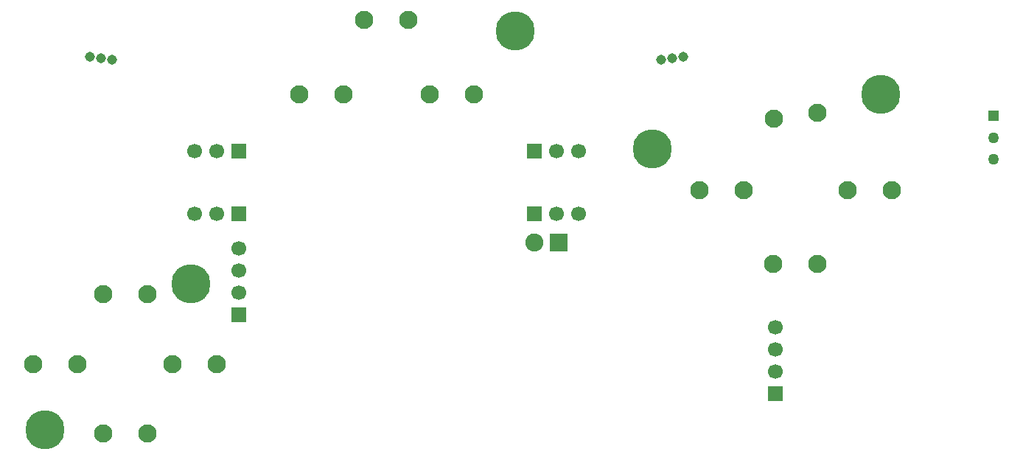
<source format=gbr>
%TF.GenerationSoftware,KiCad,Pcbnew,9.0.6*%
%TF.CreationDate,2025-12-28T18:57:26+01:00*%
%TF.ProjectId,pcb_phone_controller,7063625f-7068-46f6-9e65-5f636f6e7472,rev?*%
%TF.SameCoordinates,Original*%
%TF.FileFunction,Soldermask,Bot*%
%TF.FilePolarity,Negative*%
%FSLAX46Y46*%
G04 Gerber Fmt 4.6, Leading zero omitted, Abs format (unit mm)*
G04 Created by KiCad (PCBNEW 9.0.6) date 2025-12-28 18:57:26*
%MOMM*%
%LPD*%
G01*
G04 APERTURE LIST*
G04 Aperture macros list*
%AMRoundRect*
0 Rectangle with rounded corners*
0 $1 Rounding radius*
0 $2 $3 $4 $5 $6 $7 $8 $9 X,Y pos of 4 corners*
0 Add a 4 corners polygon primitive as box body*
4,1,4,$2,$3,$4,$5,$6,$7,$8,$9,$2,$3,0*
0 Add four circle primitives for the rounded corners*
1,1,$1+$1,$2,$3*
1,1,$1+$1,$4,$5*
1,1,$1+$1,$6,$7*
1,1,$1+$1,$8,$9*
0 Add four rect primitives between the rounded corners*
20,1,$1+$1,$2,$3,$4,$5,0*
20,1,$1+$1,$4,$5,$6,$7,0*
20,1,$1+$1,$6,$7,$8,$9,0*
20,1,$1+$1,$8,$9,$2,$3,0*%
G04 Aperture macros list end*
%ADD10C,2.100000*%
%ADD11C,4.500000*%
%ADD12R,1.700000X1.700000*%
%ADD13C,1.700000*%
%ADD14R,1.270000X1.270000*%
%ADD15C,1.270000*%
%ADD16C,1.143000*%
%ADD17RoundRect,0.038100X1.000000X-1.000000X1.000000X1.000000X-1.000000X1.000000X-1.000000X-1.000000X0*%
%ADD18C,2.076200*%
G04 APERTURE END LIST*
D10*
%TO.C,Select1*%
X139960000Y-105500000D03*
X145040000Y-105500000D03*
%TD*%
D11*
%TO.C,H2*%
X180500000Y-111750000D03*
%TD*%
D12*
%TO.C,ClickStickR1*%
X167000000Y-119200000D03*
D13*
X169540000Y-119200000D03*
X172080000Y-119200000D03*
%TD*%
D12*
%TO.C,ClickStickL1*%
X133000000Y-119200000D03*
D13*
X130460000Y-119200000D03*
X127920000Y-119200000D03*
%TD*%
D10*
%TO.C,Start1*%
X154960000Y-105500000D03*
X160040000Y-105500000D03*
%TD*%
D14*
%TO.C,SW17*%
X219750000Y-108000000D03*
D15*
X219750000Y-110500000D03*
X219750000Y-113000000D03*
%TD*%
D11*
%TO.C,H5*%
X110750000Y-144000000D03*
%TD*%
D12*
%TO.C,StickL1*%
X133000000Y-130850000D03*
D13*
X133000000Y-128310000D03*
X133000000Y-125770000D03*
X133000000Y-123230000D03*
%TD*%
D16*
%TO.C,TriggerL1*%
X118481444Y-101543579D03*
X117223354Y-101370056D03*
X115965264Y-101196534D03*
%TD*%
D12*
%TO.C,BumperR1*%
X167000000Y-112000000D03*
D13*
X169540000Y-112000000D03*
X172080000Y-112000000D03*
%TD*%
D10*
%TO.C,B1*%
X194460000Y-125000000D03*
X199540000Y-125000000D03*
%TD*%
%TO.C,Home1*%
X147460000Y-97000000D03*
X152540000Y-97000000D03*
%TD*%
D11*
%TO.C,H1*%
X164750000Y-98250000D03*
%TD*%
D10*
%TO.C,DOWN1*%
X117460000Y-144500000D03*
X122540000Y-144500000D03*
%TD*%
%TO.C,UP1*%
X117460000Y-128500000D03*
X122540000Y-128500000D03*
%TD*%
%TO.C,X1*%
X185960000Y-116500000D03*
X191040000Y-116500000D03*
%TD*%
%TO.C,Y1*%
X194483826Y-108347089D03*
X199516174Y-107652911D03*
%TD*%
D12*
%TO.C,BumperL1*%
X133000000Y-112000000D03*
D13*
X130460000Y-112000000D03*
X127920000Y-112000000D03*
%TD*%
D10*
%TO.C,LEFT1*%
X109460000Y-136500000D03*
X114540000Y-136500000D03*
%TD*%
D16*
%TO.C,TriggerR1*%
X184094904Y-101201731D03*
X182836814Y-101375253D03*
X181578724Y-101548776D03*
%TD*%
D11*
%TO.C,H3*%
X206750000Y-105500000D03*
%TD*%
D12*
%TO.C,StickR1*%
X194650000Y-139870000D03*
D13*
X194650000Y-137330000D03*
X194650000Y-134790000D03*
X194650000Y-132250000D03*
%TD*%
D11*
%TO.C,H4*%
X127500000Y-127250000D03*
%TD*%
D10*
%TO.C,RIGHT1*%
X125460000Y-136500000D03*
X130540000Y-136500000D03*
%TD*%
%TO.C,A1*%
X202960000Y-116500000D03*
X208040000Y-116500000D03*
%TD*%
D17*
%TO.C,+-1*%
X169800000Y-122500000D03*
D18*
X167000000Y-122500000D03*
%TD*%
M02*

</source>
